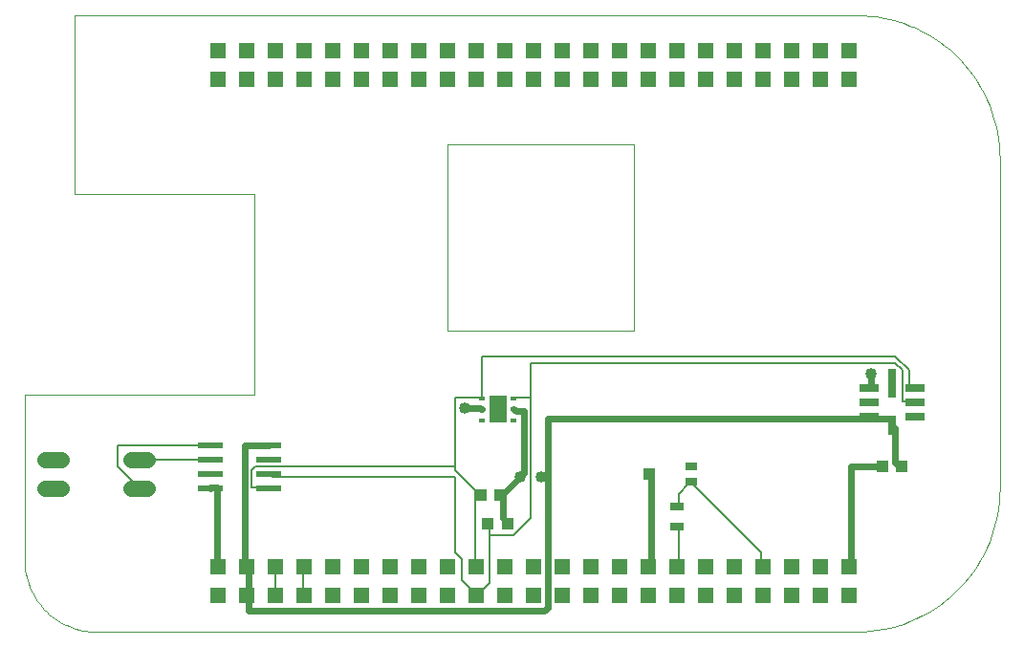
<source format=gtl>
G75*
G70*
%OFA0B0*%
%FSLAX24Y24*%
%IPPOS*%
%LPD*%
%AMOC8*
5,1,8,0,0,1.08239X$1,22.5*
%
%ADD10C,0.0000*%
%ADD11R,0.0555X0.0555*%
%ADD12R,0.0315X0.0984*%
%ADD13R,0.0315X0.0657*%
%ADD14R,0.0657X0.0315*%
%ADD15R,0.0433X0.0394*%
%ADD16R,0.0433X0.0315*%
%ADD17R,0.0472X0.0315*%
%ADD18R,0.0236X0.0157*%
%ADD19R,0.0630X0.0945*%
%ADD20R,0.0866X0.0236*%
%ADD21C,0.0560*%
%ADD22C,0.0240*%
%ADD23C,0.0400*%
%ADD24C,0.0080*%
D10*
X002867Y000100D02*
X029367Y000100D01*
X029605Y000106D01*
X029842Y000123D01*
X030079Y000151D01*
X030313Y000190D01*
X030546Y000241D01*
X030776Y000303D01*
X031002Y000375D01*
X031225Y000458D01*
X031444Y000552D01*
X031658Y000656D01*
X031867Y000770D01*
X032070Y000894D01*
X032267Y001027D01*
X032458Y001170D01*
X032641Y001321D01*
X032817Y001481D01*
X032986Y001650D01*
X033146Y001826D01*
X033297Y002009D01*
X033440Y002200D01*
X033573Y002397D01*
X033697Y002600D01*
X033811Y002809D01*
X033915Y003023D01*
X034009Y003242D01*
X034092Y003465D01*
X034164Y003691D01*
X034226Y003921D01*
X034277Y004154D01*
X034316Y004388D01*
X034344Y004625D01*
X034361Y004862D01*
X034367Y005100D01*
X034367Y016600D01*
X034361Y016838D01*
X034344Y017075D01*
X034316Y017312D01*
X034277Y017546D01*
X034226Y017779D01*
X034164Y018009D01*
X034092Y018235D01*
X034009Y018458D01*
X033915Y018677D01*
X033811Y018891D01*
X033697Y019100D01*
X033573Y019303D01*
X033440Y019500D01*
X033297Y019691D01*
X033146Y019874D01*
X032986Y020050D01*
X032817Y020219D01*
X032641Y020379D01*
X032458Y020530D01*
X032267Y020673D01*
X032070Y020806D01*
X031867Y020930D01*
X031658Y021044D01*
X031444Y021148D01*
X031225Y021242D01*
X031002Y021325D01*
X030776Y021397D01*
X030546Y021459D01*
X030313Y021510D01*
X030079Y021549D01*
X029842Y021577D01*
X029605Y021594D01*
X029367Y021600D01*
X002117Y021600D01*
X002117Y015350D01*
X008367Y015350D01*
X008367Y008350D01*
X000367Y008350D01*
X000367Y002600D01*
X000370Y002481D01*
X000378Y002362D01*
X000392Y002244D01*
X000412Y002127D01*
X000437Y002011D01*
X000468Y001896D01*
X000504Y001782D01*
X000546Y001671D01*
X000593Y001561D01*
X000645Y001454D01*
X000702Y001350D01*
X000764Y001248D01*
X000831Y001150D01*
X000902Y001055D01*
X000978Y000963D01*
X001058Y000875D01*
X001142Y000791D01*
X001230Y000711D01*
X001322Y000635D01*
X001417Y000564D01*
X001515Y000497D01*
X001617Y000435D01*
X001721Y000378D01*
X001828Y000326D01*
X001938Y000279D01*
X002049Y000237D01*
X002163Y000201D01*
X002278Y000170D01*
X002394Y000145D01*
X002511Y000125D01*
X002629Y000111D01*
X002748Y000103D01*
X002867Y000100D01*
X015117Y010600D02*
X015117Y017100D01*
X021617Y017100D01*
X021617Y010600D01*
X015117Y010600D01*
D11*
X015117Y002350D03*
X016117Y002350D03*
X017117Y002350D03*
X018117Y002350D03*
X019117Y002350D03*
X020117Y002350D03*
X021117Y002350D03*
X022117Y002350D03*
X023117Y002350D03*
X024117Y002350D03*
X025117Y002350D03*
X026117Y002350D03*
X027117Y002350D03*
X028117Y002350D03*
X029117Y002350D03*
X029117Y001350D03*
X028117Y001350D03*
X027117Y001350D03*
X026117Y001350D03*
X025117Y001350D03*
X024117Y001350D03*
X023117Y001350D03*
X022117Y001350D03*
X021117Y001350D03*
X020117Y001350D03*
X019117Y001350D03*
X018117Y001350D03*
X017117Y001350D03*
X016117Y001350D03*
X015117Y001350D03*
X014117Y001350D03*
X013117Y001350D03*
X012117Y001350D03*
X011117Y001350D03*
X010117Y001350D03*
X009117Y001350D03*
X008117Y001350D03*
X007117Y001350D03*
X007117Y002350D03*
X008117Y002350D03*
X009117Y002350D03*
X010117Y002350D03*
X011117Y002350D03*
X012117Y002350D03*
X013117Y002350D03*
X014117Y002350D03*
X014117Y019350D03*
X013117Y019350D03*
X012117Y019350D03*
X011117Y019350D03*
X010117Y019350D03*
X009117Y019350D03*
X008117Y019350D03*
X007117Y019350D03*
X007117Y020350D03*
X008117Y020350D03*
X009117Y020350D03*
X010117Y020350D03*
X011117Y020350D03*
X012117Y020350D03*
X013117Y020350D03*
X014117Y020350D03*
X015117Y020350D03*
X016117Y020350D03*
X017117Y020350D03*
X018117Y020350D03*
X019117Y020350D03*
X020117Y020350D03*
X021117Y020350D03*
X022117Y020350D03*
X023117Y020350D03*
X024117Y020350D03*
X025117Y020350D03*
X026117Y020350D03*
X027117Y020350D03*
X028117Y020350D03*
X029117Y020350D03*
X029117Y019350D03*
X028117Y019350D03*
X027117Y019350D03*
X026117Y019350D03*
X025117Y019350D03*
X024117Y019350D03*
X023117Y019350D03*
X022117Y019350D03*
X021117Y019350D03*
X020117Y019350D03*
X019117Y019350D03*
X018117Y019350D03*
X017117Y019350D03*
X016117Y019350D03*
X015117Y019350D03*
D12*
X030617Y008750D03*
D13*
X030617Y007287D03*
D14*
X029804Y007600D03*
X029804Y008100D03*
X029804Y008600D03*
X031430Y008600D03*
X031430Y008100D03*
X031430Y007600D03*
D15*
X030951Y005850D03*
X030282Y005850D03*
X022134Y005596D03*
X017201Y003850D03*
X016532Y003850D03*
X016282Y004850D03*
X016951Y004850D03*
D16*
X023603Y005344D03*
X023603Y005856D03*
D17*
X023117Y004454D03*
X023117Y003746D03*
D18*
X017418Y007456D03*
X017418Y007850D03*
X017418Y008244D03*
X016315Y008244D03*
X016315Y007850D03*
X016315Y007456D03*
D19*
X016867Y007850D03*
D20*
X008890Y006600D03*
X008890Y006100D03*
X008890Y005600D03*
X008890Y005100D03*
X006843Y005100D03*
X006843Y005600D03*
X006843Y006100D03*
X006843Y006600D03*
D21*
X004647Y006100D02*
X004087Y006100D01*
X004087Y005100D02*
X004647Y005100D01*
X001647Y005100D02*
X001087Y005100D01*
X001087Y006100D02*
X001647Y006100D01*
D22*
X006847Y005140D02*
X006843Y005100D01*
X006847Y005140D02*
X007087Y005140D01*
X007087Y002380D01*
X007117Y002350D01*
X008047Y002380D02*
X008117Y002350D01*
X008167Y002260D01*
X008167Y001420D01*
X008117Y001350D01*
X008167Y001300D01*
X008167Y000820D01*
X018487Y000820D01*
X018607Y000940D01*
X018607Y005500D01*
X018367Y005500D01*
X018607Y005500D02*
X018607Y007540D01*
X029767Y007540D01*
X029804Y007600D01*
X029887Y007540D01*
X030607Y007540D01*
X030607Y007300D01*
X030617Y007287D01*
X030727Y007180D01*
X030727Y005980D01*
X030847Y005860D01*
X030951Y005850D01*
X030282Y005850D02*
X030247Y005860D01*
X029167Y005860D01*
X029167Y002380D01*
X029117Y002350D01*
X022207Y002380D02*
X022117Y002350D01*
X022207Y002380D02*
X022207Y005500D01*
X022134Y005596D01*
X017767Y005620D02*
X017647Y005500D01*
X017047Y004900D01*
X016951Y004850D01*
X017047Y004780D01*
X017047Y004060D01*
X017167Y003940D01*
X017201Y003850D01*
X017767Y005620D02*
X017767Y007780D01*
X017527Y007780D01*
X017418Y007850D01*
X016315Y007850D02*
X016207Y007900D01*
X015727Y007900D01*
X008890Y006600D02*
X008887Y006580D01*
X008047Y006580D01*
X008047Y002380D01*
X029804Y008600D02*
X029887Y008620D01*
X029887Y009100D01*
D23*
X029887Y009100D03*
X018367Y005500D03*
X017647Y005500D03*
X015727Y007900D03*
D24*
X015367Y008260D02*
X015367Y005860D01*
X008407Y005860D01*
X008287Y005740D01*
X008287Y005140D01*
X008887Y005140D01*
X008890Y005100D01*
X009007Y005500D02*
X008890Y005600D01*
X009007Y005500D02*
X015367Y005500D01*
X015367Y002860D01*
X015607Y002620D01*
X015607Y001900D01*
X016087Y001420D01*
X016117Y001350D01*
X016207Y001420D01*
X016567Y001780D01*
X016567Y003460D01*
X016567Y003820D01*
X016532Y003850D01*
X016567Y003460D02*
X017407Y003460D01*
X018007Y004060D01*
X018007Y008260D01*
X018007Y009460D01*
X030727Y009460D01*
X030967Y009220D01*
X030967Y008140D01*
X031327Y008140D01*
X031430Y008100D01*
X031430Y008600D02*
X031327Y008620D01*
X031207Y008740D01*
X031207Y009220D01*
X030727Y009700D01*
X016327Y009700D01*
X016327Y008260D01*
X016315Y008244D01*
X016207Y008260D01*
X015367Y008260D01*
X017418Y008244D02*
X017527Y008260D01*
X018007Y008260D01*
X015367Y005860D02*
X015367Y005740D01*
X016087Y005020D01*
X016282Y004850D01*
X016207Y004900D01*
X016087Y005020D01*
X016087Y002380D01*
X016117Y002350D01*
X010117Y002350D02*
X010087Y002260D01*
X010087Y001420D01*
X010117Y001350D01*
X009127Y001420D02*
X009117Y001350D01*
X009127Y001420D02*
X009127Y002260D01*
X009117Y002350D01*
X004367Y005100D02*
X003607Y005860D01*
X003607Y006580D01*
X006727Y006580D01*
X006843Y006600D01*
X006843Y006100D02*
X004367Y006100D01*
X023117Y004454D02*
X023167Y004540D01*
X023167Y004900D01*
X023527Y005260D01*
X023603Y005344D01*
X023647Y005260D01*
X026047Y002860D01*
X026047Y002380D01*
X026117Y002350D01*
X023167Y002380D02*
X023117Y002350D01*
X023167Y002380D02*
X023167Y003700D01*
X023117Y003746D01*
M02*

</source>
